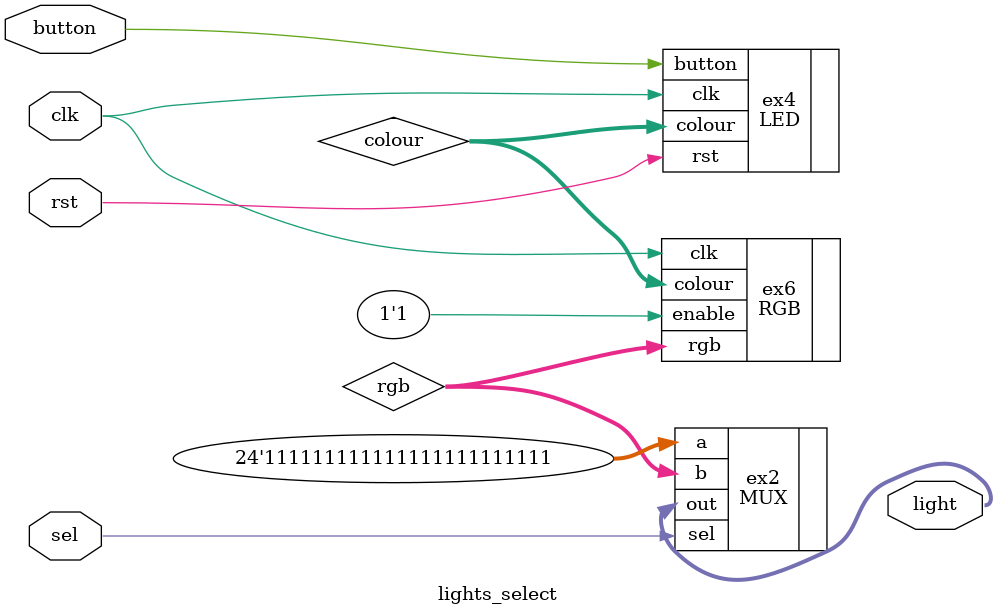
<source format=v>

`timescale 1ns / 100ps

module lights_select(
input clk,
input rst,
input button,
input sel,
output [23:0] light
);

wire [23:0] rgb;
wire [2:0] colour;

//LED lights that move through 1-6
LED ex4(
.clk (clk),
.rst (rst),
.button (button),
.colour (colour)
);

//Colour converter 
RGB ex6(
.clk (clk),
.colour (colour),
.rgb (rgb),
.enable (1'b1)
);

//multiplexer outputs white or rgb 
MUX ex2(
.a (24'hFFFFFF), //white - rgb (255,255,255) is 24'hFFFFFF
.b (rgb), //rgb
.sel (sel),
.out (light)
);

endmodule

</source>
